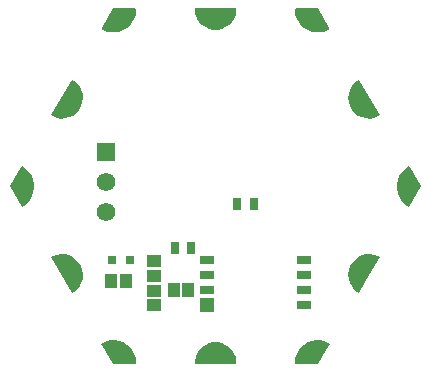
<source format=gbr>
G04*
G04 #@! TF.GenerationSoftware,Altium Limited,Altium Designer,25.8.1 (18)*
G04*
G04 Layer_Color=8388736*
%FSLAX44Y44*%
%MOMM*%
G71*
G04*
G04 #@! TF.SameCoordinates,1A4DDBEB-C1CA-4CE2-9A89-746601BF3F7A*
G04*
G04*
G04 #@! TF.FilePolarity,Negative*
G04*
G01*
G75*
%ADD15R,1.2000X1.2000*%
%ADD18R,1.2000X0.8000*%
%ADD19R,0.8000X0.8000*%
%ADD23R,1.0032X1.1532*%
%ADD24R,1.1532X1.0032*%
%ADD25R,0.7400X0.9900*%
G04:AMPARAMS|DCode=26|XSize=1.2032mm|YSize=1.2032mm|CornerRadius=0.6016mm|HoleSize=0mm|Usage=FLASHONLY|Rotation=300.000|XOffset=0mm|YOffset=0mm|HoleType=Round|Shape=RoundedRectangle|*
%AMROUNDEDRECTD26*
21,1,1.2032,0.0000,0,0,300.0*
21,1,0.0000,1.2032,0,0,300.0*
1,1,1.2032,0.0000,0.0000*
1,1,1.2032,0.0000,0.0000*
1,1,1.2032,0.0000,0.0000*
1,1,1.2032,0.0000,0.0000*
%
%ADD26ROUNDEDRECTD26*%
G04:AMPARAMS|DCode=27|XSize=1.2032mm|YSize=1.2032mm|CornerRadius=0.6016mm|HoleSize=0mm|Usage=FLASHONLY|Rotation=0.000|XOffset=0mm|YOffset=0mm|HoleType=Round|Shape=RoundedRectangle|*
%AMROUNDEDRECTD27*
21,1,1.2032,0.0000,0,0,0.0*
21,1,0.0000,1.2032,0,0,0.0*
1,1,1.2032,0.0000,0.0000*
1,1,1.2032,0.0000,0.0000*
1,1,1.2032,0.0000,0.0000*
1,1,1.2032,0.0000,0.0000*
%
%ADD27ROUNDEDRECTD27*%
G04:AMPARAMS|DCode=28|XSize=1.2032mm|YSize=1.2032mm|CornerRadius=0.6016mm|HoleSize=0mm|Usage=FLASHONLY|Rotation=240.000|XOffset=0mm|YOffset=0mm|HoleType=Round|Shape=RoundedRectangle|*
%AMROUNDEDRECTD28*
21,1,1.2032,0.0000,0,0,240.0*
21,1,0.0000,1.2032,0,0,240.0*
1,1,1.2032,0.0000,0.0000*
1,1,1.2032,0.0000,0.0000*
1,1,1.2032,0.0000,0.0000*
1,1,1.2032,0.0000,0.0000*
%
%ADD28ROUNDEDRECTD28*%
%ADD29C,1.5700*%
%ADD30R,1.5700X1.5700*%
G36*
X17444Y150500D02*
X17493D01*
X17544Y148745D01*
X16945Y145287D01*
X15672Y142015D01*
X13774Y139062D01*
X11327Y136544D01*
X8429Y134563D01*
X5196Y133196D01*
X1755Y132499D01*
X-1755D01*
X-5196Y133196D01*
X-8429Y134563D01*
X-11327Y136544D01*
X-13774Y139062D01*
X-15672Y142015D01*
X-16945Y145287D01*
X-16950Y145316D01*
X-16954Y145326D01*
X-17554Y148781D01*
X-17505Y150534D01*
X17443Y150557D01*
X17444Y150500D01*
D02*
G37*
G36*
X86890Y150530D02*
X96320Y134242D01*
X96269Y134211D01*
X96781Y133322D01*
X96738Y133295D01*
X96781Y133221D01*
X96781D01*
X95288Y132310D01*
X92025Y131047D01*
X88590Y130385D01*
X85091Y130344D01*
X81642Y130926D01*
X78350Y132112D01*
X75323Y133865D01*
X72655Y136128D01*
X70432Y138830D01*
X68725Y141884D01*
X67589Y145193D01*
X67059Y148651D01*
X67061Y148737D01*
X67059Y148751D01*
X67106Y150500D01*
X68068D01*
X68069Y150553D01*
Y150553D01*
X86890Y150530D01*
D02*
G37*
G36*
X-68068Y150500D02*
X-67106D01*
X-67059Y148751D01*
X-67062Y148736D01*
X-67059Y148651D01*
X-67589Y145193D01*
X-68726Y141884D01*
X-70432Y138830D01*
X-72655Y136128D01*
X-75323Y133865D01*
X-78351Y132112D01*
X-81642Y130926D01*
X-85092Y130344D01*
X-88590Y130385D01*
X-92025Y131047D01*
X-95288Y132310D01*
X-96781Y133221D01*
X-96739Y133295D01*
X-96781Y133322D01*
X-96269Y134211D01*
X-96320Y134242D01*
Y134242D01*
X-86890Y150530D01*
X-68069Y150553D01*
X-68068Y150500D01*
D02*
G37*
G36*
X139080Y60123D02*
X139037Y60097D01*
X139079Y60023D01*
X137587Y59102D01*
X134297Y57890D01*
X130831Y57355D01*
X127328Y57520D01*
X123928Y58377D01*
X120765Y59892D01*
X117967Y62004D01*
X115644Y64631D01*
X113888Y67667D01*
X112771Y70991D01*
X112336Y74470D01*
X112340Y74534D01*
X112336Y74570D01*
X112600Y78067D01*
X113554Y81442D01*
X115159Y84559D01*
X117351Y87296D01*
X120043Y89544D01*
X121586Y90378D01*
X139080Y60123D01*
D02*
G37*
G36*
X-120043Y89544D02*
X-117351Y87296D01*
X-115159Y84559D01*
X-113554Y81442D01*
X-112600Y78067D01*
X-112336Y74570D01*
X-112341Y74532D01*
X-112336Y74470D01*
X-112771Y70991D01*
X-113889Y67667D01*
X-115644Y64631D01*
X-117967Y62004D01*
X-120766Y59892D01*
X-123928Y58377D01*
X-127329Y57520D01*
X-130831Y57355D01*
X-134297Y57890D01*
X-137588Y59102D01*
X-139080Y60023D01*
X-139037Y60097D01*
X-139080Y60123D01*
X-139080D01*
X-121586Y90378D01*
X-120043Y89544D01*
D02*
G37*
G36*
X-162348Y16241D02*
X-159615Y14045D01*
X-157316Y11399D01*
X-155525Y8386D01*
X-154298Y5102D01*
X-153674Y1653D01*
Y-1853D01*
X-154298Y-5303D01*
X-155525Y-8586D01*
X-157316Y-11599D01*
X-159615Y-14246D01*
X-162348Y-16441D01*
X-163888Y-17278D01*
X-173778Y-100D01*
X-173749Y-50D01*
X-173778Y0D01*
X-164387Y16310D01*
X-164343Y16287D01*
X-163888Y17078D01*
X-162348Y16241D01*
D02*
G37*
G36*
X164343Y16287D02*
X164387Y16310D01*
X164387D01*
X173778Y0D01*
X173748Y-50D01*
X173777Y-100D01*
X163887Y-17278D01*
X162347Y-16441D01*
X159614Y-14246D01*
X157316Y-11599D01*
X155524Y-8586D01*
X154297Y-5303D01*
X153674Y-1853D01*
Y1653D01*
X154297Y5102D01*
X155524Y8386D01*
X157316Y11399D01*
X159614Y14045D01*
X162347Y16241D01*
X163887Y17078D01*
X163887D01*
X164343Y16287D01*
D02*
G37*
G36*
X-127329Y-57620D02*
X-123928Y-58477D01*
X-120766Y-59992D01*
X-117967Y-62105D01*
X-115644Y-64731D01*
X-113888Y-67767D01*
X-112771Y-71091D01*
X-112336Y-74571D01*
X-112340Y-74634D01*
X-112336Y-74671D01*
X-112600Y-78168D01*
X-113554Y-81542D01*
X-115159Y-84660D01*
X-117351Y-87397D01*
X-120043Y-89644D01*
X-121586Y-90478D01*
X-121586Y-90478D01*
X-139080Y-60223D01*
X-139037Y-60197D01*
X-139080Y-60123D01*
X-139080Y-60123D01*
D01*
X-139080D01*
X-137587Y-59202D01*
X-134297Y-57990D01*
X-130831Y-57456D01*
X-127329Y-57620D01*
D02*
G37*
G36*
X139091Y-60158D02*
D01*
Y-60158D01*
Y-60158D01*
D02*
G37*
G36*
X139079Y-60223D02*
D01*
Y-60223D01*
Y-60223D01*
D02*
G37*
G36*
X134297Y-57990D02*
X137587Y-59202D01*
X139080Y-60123D01*
X139068Y-60143D01*
X139091Y-60158D01*
X139060Y-60211D01*
X139079Y-60223D01*
X130346Y-75327D01*
X121637Y-90435D01*
X121616Y-90424D01*
X121585Y-90478D01*
X120043Y-89644D01*
X117351Y-87397D01*
X115159Y-84660D01*
X113554Y-81542D01*
X112600Y-78168D01*
X112336Y-74671D01*
X112340Y-74632D01*
X112336Y-74571D01*
X112771Y-71091D01*
X113888Y-67767D01*
X115644Y-64731D01*
X117967Y-62105D01*
X120765Y-59992D01*
X123928Y-58477D01*
X127328Y-57620D01*
X130831Y-57456D01*
X134297Y-57990D01*
D02*
G37*
G36*
X-81642Y-131026D02*
X-78351Y-132213D01*
X-75323Y-133965D01*
X-72655Y-136229D01*
X-70432Y-138930D01*
X-68726Y-141984D01*
X-67589Y-145293D01*
X-67059Y-148751D01*
X-67106Y-150500D01*
X-68068D01*
X-68069Y-150553D01*
X-86890Y-150530D01*
X-96320Y-134242D01*
X-96269Y-134211D01*
X-96781Y-133322D01*
D01*
Y-133322D01*
Y-133322D01*
X-95288Y-132410D01*
X-92025Y-131147D01*
X-88590Y-130485D01*
X-85092Y-130444D01*
X-81642Y-131026D01*
D02*
G37*
G36*
X5210Y-132777D02*
X8441Y-134140D01*
X11337Y-136117D01*
X13782Y-138631D01*
X15680Y-141579D01*
X16954Y-144846D01*
X17554Y-148301D01*
X17542Y-148737D01*
X17544Y-148746D01*
X17493Y-150500D01*
X-17493D01*
X-17544Y-148746D01*
X-17491Y-148440D01*
X-17494Y-148324D01*
X-16899Y-144869D01*
X-15629Y-141600D01*
X-13735Y-138649D01*
X-11293Y-136132D01*
X-8399Y-134151D01*
X-5170Y-132784D01*
X-1734Y-132085D01*
X1773Y-132083D01*
X5210Y-132777D01*
D02*
G37*
G36*
X88590Y-130485D02*
X92025Y-131147D01*
X95288Y-132410D01*
X96781Y-133322D01*
X96781Y-133322D01*
X96269Y-134211D01*
X96320Y-134242D01*
X86890Y-150530D01*
X68069Y-150553D01*
X68068Y-150500D01*
X67106D01*
X67059Y-148751D01*
X67589Y-145293D01*
X68726Y-141984D01*
X70432Y-138930D01*
X72655Y-136229D01*
X75323Y-133965D01*
X78351Y-132213D01*
X81642Y-131026D01*
X85092Y-130444D01*
X88590Y-130485D01*
D02*
G37*
D15*
X-6904Y-100330D02*
D03*
D18*
Y-74930D02*
D03*
Y-62230D02*
D03*
Y-87630D02*
D03*
X75096Y-62230D02*
D03*
Y-74930D02*
D03*
Y-87630D02*
D03*
Y-100330D02*
D03*
D19*
X-87523Y-62689D02*
D03*
X-72523D02*
D03*
D23*
X-88292Y-80010D02*
D03*
X-75792D02*
D03*
X-35460Y-88138D02*
D03*
X-22960D02*
D03*
D24*
X-52070Y-100738D02*
D03*
Y-63166D02*
D03*
Y-75666D02*
D03*
Y-88238D02*
D03*
D25*
X-34720Y-51872D02*
D03*
X18400Y-15240D02*
D03*
X32400D02*
D03*
X-20720Y-51872D02*
D03*
D26*
X123901Y-71601D02*
D03*
X82601Y-143101D02*
D03*
X-82601Y143101D02*
D03*
D27*
X123901Y71501D02*
D03*
X-123901Y-71501D02*
D03*
X165199Y-0D02*
D03*
X-165199D02*
D03*
D28*
X-0Y-142621D02*
D03*
Y143101D02*
D03*
X82601D02*
D03*
X-82601Y-143101D02*
D03*
D29*
X-93003Y3702D02*
D03*
Y-21698D02*
D03*
D30*
Y29102D02*
D03*
M02*

</source>
